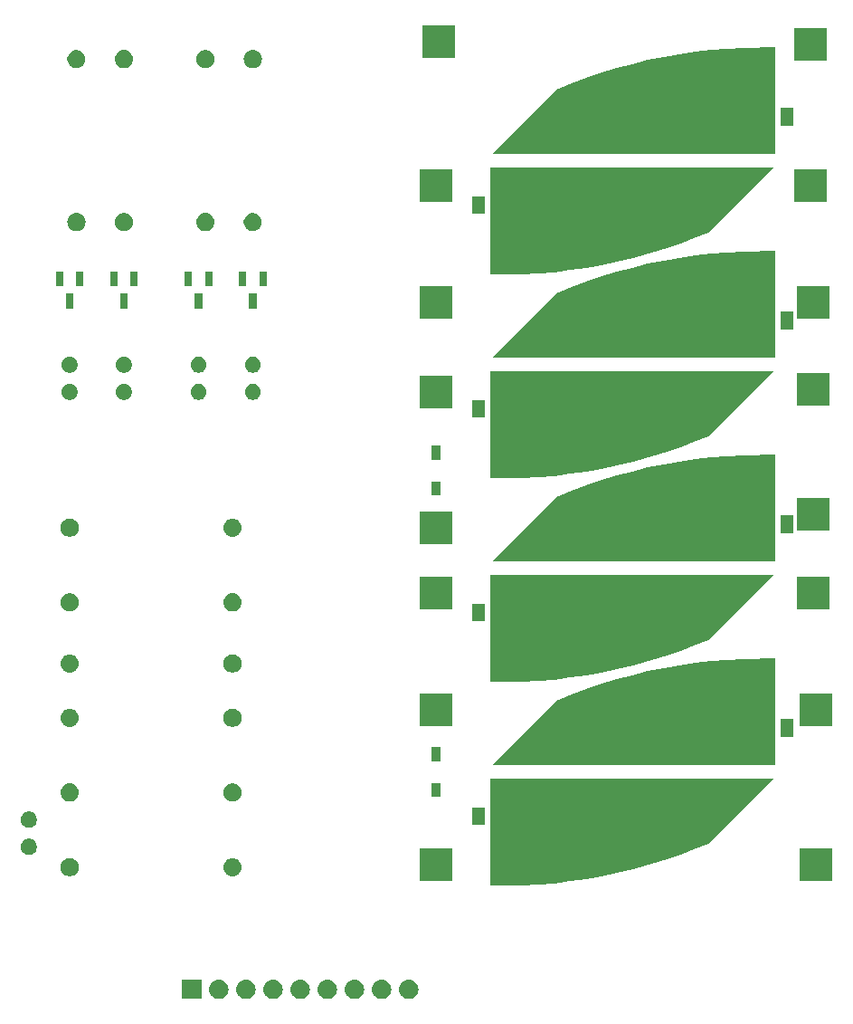
<source format=gbr>
G04 #@! TF.GenerationSoftware,KiCad,Pcbnew,5.1.4+dfsg1-1*
G04 #@! TF.CreationDate,2020-02-14T18:49:56+01:00*
G04 #@! TF.ProjectId,1_solar_bank,315f736f-6c61-4725-9f62-616e6b2e6b69,rev?*
G04 #@! TF.SameCoordinates,Original*
G04 #@! TF.FileFunction,Soldermask,Top*
G04 #@! TF.FilePolarity,Negative*
%FSLAX46Y46*%
G04 Gerber Fmt 4.6, Leading zero omitted, Abs format (unit mm)*
G04 Created by KiCad (PCBNEW 5.1.4+dfsg1-1) date 2020-02-14 18:49:56*
%MOMM*%
%LPD*%
G04 APERTURE LIST*
%ADD10C,0.100000*%
G04 APERTURE END LIST*
D10*
G36*
X109220000Y-94615000D02*
G01*
X135720000Y-94615000D01*
X129670000Y-100665000D01*
X128281430Y-101228703D01*
X126876589Y-101750539D01*
X125456741Y-102230039D01*
X124023160Y-102666771D01*
X122577135Y-103060344D01*
X121119964Y-103410404D01*
X119652957Y-103716637D01*
X118177431Y-103978766D01*
X116694712Y-104196558D01*
X115206132Y-104369816D01*
X113713028Y-104498385D01*
X112216741Y-104582148D01*
X109220000Y-104615000D01*
X109220000Y-94615000D01*
G37*
G36*
X135890000Y-93345000D02*
G01*
X109390000Y-93345000D01*
X115440000Y-87295000D01*
X116828570Y-86731297D01*
X118233411Y-86209461D01*
X119653259Y-85729961D01*
X121086840Y-85293229D01*
X122532865Y-84899656D01*
X123990036Y-84549596D01*
X125457043Y-84243363D01*
X126932569Y-83981234D01*
X128415288Y-83763442D01*
X129903868Y-83590184D01*
X131396972Y-83461615D01*
X132893259Y-83377852D01*
X135890000Y-83345000D01*
X135890000Y-93345000D01*
G37*
G36*
X109220000Y-75565000D02*
G01*
X135720000Y-75565000D01*
X129670000Y-81615000D01*
X128281430Y-82178703D01*
X126876589Y-82700539D01*
X125456741Y-83180039D01*
X124023160Y-83616771D01*
X122577135Y-84010344D01*
X121119964Y-84360404D01*
X119652957Y-84666637D01*
X118177431Y-84928766D01*
X116694712Y-85146558D01*
X115206132Y-85319816D01*
X113713028Y-85448385D01*
X112216741Y-85532148D01*
X109220000Y-85565000D01*
X109220000Y-75565000D01*
G37*
G36*
X135890000Y-74295000D02*
G01*
X109390000Y-74295000D01*
X115440000Y-68245000D01*
X116828570Y-67681297D01*
X118233411Y-67159461D01*
X119653259Y-66679961D01*
X121086840Y-66243229D01*
X122532865Y-65849656D01*
X123990036Y-65499596D01*
X125457043Y-65193363D01*
X126932569Y-64931234D01*
X128415288Y-64713442D01*
X129903868Y-64540184D01*
X131396972Y-64411615D01*
X132893259Y-64327852D01*
X135890000Y-64295000D01*
X135890000Y-74295000D01*
G37*
G36*
X109220000Y-56515000D02*
G01*
X135720000Y-56515000D01*
X129670000Y-62565000D01*
X128281430Y-63128703D01*
X126876589Y-63650539D01*
X125456741Y-64130039D01*
X124023160Y-64566771D01*
X122577135Y-64960344D01*
X121119964Y-65310404D01*
X119652957Y-65616637D01*
X118177431Y-65878766D01*
X116694712Y-66096558D01*
X115206132Y-66269816D01*
X113713028Y-66398385D01*
X112216741Y-66482148D01*
X109220000Y-66515000D01*
X109220000Y-56515000D01*
G37*
G36*
X135890000Y-55245000D02*
G01*
X109390000Y-55245000D01*
X115440000Y-49195000D01*
X116828570Y-48631297D01*
X118233411Y-48109461D01*
X119653259Y-47629961D01*
X121086840Y-47193229D01*
X122532865Y-46799656D01*
X123990036Y-46449596D01*
X125457043Y-46143363D01*
X126932569Y-45881234D01*
X128415288Y-45663442D01*
X129903868Y-45490184D01*
X131396972Y-45361615D01*
X132893259Y-45277852D01*
X135890000Y-45245000D01*
X135890000Y-55245000D01*
G37*
G36*
X109220000Y-37465000D02*
G01*
X135720000Y-37465000D01*
X129670000Y-43515000D01*
X128281430Y-44078703D01*
X126876589Y-44600539D01*
X125456741Y-45080039D01*
X124023160Y-45516771D01*
X122577135Y-45910344D01*
X121119964Y-46260404D01*
X119652957Y-46566637D01*
X118177431Y-46828766D01*
X116694712Y-47046558D01*
X115206132Y-47219816D01*
X113713028Y-47348385D01*
X112216741Y-47432148D01*
X109220000Y-47465000D01*
X109220000Y-37465000D01*
G37*
G36*
X135890000Y-36195000D02*
G01*
X109390000Y-36195000D01*
X115440000Y-30145000D01*
X116828570Y-29581297D01*
X118233411Y-29059461D01*
X119653259Y-28579961D01*
X121086840Y-28143229D01*
X122532865Y-27749656D01*
X123990036Y-27399596D01*
X125457043Y-27093363D01*
X126932569Y-26831234D01*
X128415288Y-26613442D01*
X129903868Y-26440184D01*
X131396972Y-26311615D01*
X132893259Y-26227852D01*
X135890000Y-26195000D01*
X135890000Y-36195000D01*
G37*
G36*
X82181000Y-115201000D02*
G01*
X80379000Y-115201000D01*
X80379000Y-113399000D01*
X82181000Y-113399000D01*
X82181000Y-115201000D01*
X82181000Y-115201000D01*
G37*
G36*
X99170443Y-113405519D02*
G01*
X99236627Y-113412037D01*
X99406466Y-113463557D01*
X99562991Y-113547222D01*
X99598729Y-113576552D01*
X99700186Y-113659814D01*
X99783448Y-113761271D01*
X99812778Y-113797009D01*
X99896443Y-113953534D01*
X99947963Y-114123373D01*
X99965359Y-114300000D01*
X99947963Y-114476627D01*
X99896443Y-114646466D01*
X99812778Y-114802991D01*
X99783448Y-114838729D01*
X99700186Y-114940186D01*
X99598729Y-115023448D01*
X99562991Y-115052778D01*
X99406466Y-115136443D01*
X99236627Y-115187963D01*
X99170442Y-115194482D01*
X99104260Y-115201000D01*
X99015740Y-115201000D01*
X98949558Y-115194482D01*
X98883373Y-115187963D01*
X98713534Y-115136443D01*
X98557009Y-115052778D01*
X98521271Y-115023448D01*
X98419814Y-114940186D01*
X98336552Y-114838729D01*
X98307222Y-114802991D01*
X98223557Y-114646466D01*
X98172037Y-114476627D01*
X98154641Y-114300000D01*
X98172037Y-114123373D01*
X98223557Y-113953534D01*
X98307222Y-113797009D01*
X98336552Y-113761271D01*
X98419814Y-113659814D01*
X98521271Y-113576552D01*
X98557009Y-113547222D01*
X98713534Y-113463557D01*
X98883373Y-113412037D01*
X98949557Y-113405519D01*
X99015740Y-113399000D01*
X99104260Y-113399000D01*
X99170443Y-113405519D01*
X99170443Y-113405519D01*
G37*
G36*
X96630443Y-113405519D02*
G01*
X96696627Y-113412037D01*
X96866466Y-113463557D01*
X97022991Y-113547222D01*
X97058729Y-113576552D01*
X97160186Y-113659814D01*
X97243448Y-113761271D01*
X97272778Y-113797009D01*
X97356443Y-113953534D01*
X97407963Y-114123373D01*
X97425359Y-114300000D01*
X97407963Y-114476627D01*
X97356443Y-114646466D01*
X97272778Y-114802991D01*
X97243448Y-114838729D01*
X97160186Y-114940186D01*
X97058729Y-115023448D01*
X97022991Y-115052778D01*
X96866466Y-115136443D01*
X96696627Y-115187963D01*
X96630442Y-115194482D01*
X96564260Y-115201000D01*
X96475740Y-115201000D01*
X96409558Y-115194482D01*
X96343373Y-115187963D01*
X96173534Y-115136443D01*
X96017009Y-115052778D01*
X95981271Y-115023448D01*
X95879814Y-114940186D01*
X95796552Y-114838729D01*
X95767222Y-114802991D01*
X95683557Y-114646466D01*
X95632037Y-114476627D01*
X95614641Y-114300000D01*
X95632037Y-114123373D01*
X95683557Y-113953534D01*
X95767222Y-113797009D01*
X95796552Y-113761271D01*
X95879814Y-113659814D01*
X95981271Y-113576552D01*
X96017009Y-113547222D01*
X96173534Y-113463557D01*
X96343373Y-113412037D01*
X96409557Y-113405519D01*
X96475740Y-113399000D01*
X96564260Y-113399000D01*
X96630443Y-113405519D01*
X96630443Y-113405519D01*
G37*
G36*
X94090443Y-113405519D02*
G01*
X94156627Y-113412037D01*
X94326466Y-113463557D01*
X94482991Y-113547222D01*
X94518729Y-113576552D01*
X94620186Y-113659814D01*
X94703448Y-113761271D01*
X94732778Y-113797009D01*
X94816443Y-113953534D01*
X94867963Y-114123373D01*
X94885359Y-114300000D01*
X94867963Y-114476627D01*
X94816443Y-114646466D01*
X94732778Y-114802991D01*
X94703448Y-114838729D01*
X94620186Y-114940186D01*
X94518729Y-115023448D01*
X94482991Y-115052778D01*
X94326466Y-115136443D01*
X94156627Y-115187963D01*
X94090442Y-115194482D01*
X94024260Y-115201000D01*
X93935740Y-115201000D01*
X93869558Y-115194482D01*
X93803373Y-115187963D01*
X93633534Y-115136443D01*
X93477009Y-115052778D01*
X93441271Y-115023448D01*
X93339814Y-114940186D01*
X93256552Y-114838729D01*
X93227222Y-114802991D01*
X93143557Y-114646466D01*
X93092037Y-114476627D01*
X93074641Y-114300000D01*
X93092037Y-114123373D01*
X93143557Y-113953534D01*
X93227222Y-113797009D01*
X93256552Y-113761271D01*
X93339814Y-113659814D01*
X93441271Y-113576552D01*
X93477009Y-113547222D01*
X93633534Y-113463557D01*
X93803373Y-113412037D01*
X93869557Y-113405519D01*
X93935740Y-113399000D01*
X94024260Y-113399000D01*
X94090443Y-113405519D01*
X94090443Y-113405519D01*
G37*
G36*
X91550443Y-113405519D02*
G01*
X91616627Y-113412037D01*
X91786466Y-113463557D01*
X91942991Y-113547222D01*
X91978729Y-113576552D01*
X92080186Y-113659814D01*
X92163448Y-113761271D01*
X92192778Y-113797009D01*
X92276443Y-113953534D01*
X92327963Y-114123373D01*
X92345359Y-114300000D01*
X92327963Y-114476627D01*
X92276443Y-114646466D01*
X92192778Y-114802991D01*
X92163448Y-114838729D01*
X92080186Y-114940186D01*
X91978729Y-115023448D01*
X91942991Y-115052778D01*
X91786466Y-115136443D01*
X91616627Y-115187963D01*
X91550442Y-115194482D01*
X91484260Y-115201000D01*
X91395740Y-115201000D01*
X91329558Y-115194482D01*
X91263373Y-115187963D01*
X91093534Y-115136443D01*
X90937009Y-115052778D01*
X90901271Y-115023448D01*
X90799814Y-114940186D01*
X90716552Y-114838729D01*
X90687222Y-114802991D01*
X90603557Y-114646466D01*
X90552037Y-114476627D01*
X90534641Y-114300000D01*
X90552037Y-114123373D01*
X90603557Y-113953534D01*
X90687222Y-113797009D01*
X90716552Y-113761271D01*
X90799814Y-113659814D01*
X90901271Y-113576552D01*
X90937009Y-113547222D01*
X91093534Y-113463557D01*
X91263373Y-113412037D01*
X91329557Y-113405519D01*
X91395740Y-113399000D01*
X91484260Y-113399000D01*
X91550443Y-113405519D01*
X91550443Y-113405519D01*
G37*
G36*
X86470443Y-113405519D02*
G01*
X86536627Y-113412037D01*
X86706466Y-113463557D01*
X86862991Y-113547222D01*
X86898729Y-113576552D01*
X87000186Y-113659814D01*
X87083448Y-113761271D01*
X87112778Y-113797009D01*
X87196443Y-113953534D01*
X87247963Y-114123373D01*
X87265359Y-114300000D01*
X87247963Y-114476627D01*
X87196443Y-114646466D01*
X87112778Y-114802991D01*
X87083448Y-114838729D01*
X87000186Y-114940186D01*
X86898729Y-115023448D01*
X86862991Y-115052778D01*
X86706466Y-115136443D01*
X86536627Y-115187963D01*
X86470442Y-115194482D01*
X86404260Y-115201000D01*
X86315740Y-115201000D01*
X86249558Y-115194482D01*
X86183373Y-115187963D01*
X86013534Y-115136443D01*
X85857009Y-115052778D01*
X85821271Y-115023448D01*
X85719814Y-114940186D01*
X85636552Y-114838729D01*
X85607222Y-114802991D01*
X85523557Y-114646466D01*
X85472037Y-114476627D01*
X85454641Y-114300000D01*
X85472037Y-114123373D01*
X85523557Y-113953534D01*
X85607222Y-113797009D01*
X85636552Y-113761271D01*
X85719814Y-113659814D01*
X85821271Y-113576552D01*
X85857009Y-113547222D01*
X86013534Y-113463557D01*
X86183373Y-113412037D01*
X86249557Y-113405519D01*
X86315740Y-113399000D01*
X86404260Y-113399000D01*
X86470443Y-113405519D01*
X86470443Y-113405519D01*
G37*
G36*
X89010443Y-113405519D02*
G01*
X89076627Y-113412037D01*
X89246466Y-113463557D01*
X89402991Y-113547222D01*
X89438729Y-113576552D01*
X89540186Y-113659814D01*
X89623448Y-113761271D01*
X89652778Y-113797009D01*
X89736443Y-113953534D01*
X89787963Y-114123373D01*
X89805359Y-114300000D01*
X89787963Y-114476627D01*
X89736443Y-114646466D01*
X89652778Y-114802991D01*
X89623448Y-114838729D01*
X89540186Y-114940186D01*
X89438729Y-115023448D01*
X89402991Y-115052778D01*
X89246466Y-115136443D01*
X89076627Y-115187963D01*
X89010442Y-115194482D01*
X88944260Y-115201000D01*
X88855740Y-115201000D01*
X88789558Y-115194482D01*
X88723373Y-115187963D01*
X88553534Y-115136443D01*
X88397009Y-115052778D01*
X88361271Y-115023448D01*
X88259814Y-114940186D01*
X88176552Y-114838729D01*
X88147222Y-114802991D01*
X88063557Y-114646466D01*
X88012037Y-114476627D01*
X87994641Y-114300000D01*
X88012037Y-114123373D01*
X88063557Y-113953534D01*
X88147222Y-113797009D01*
X88176552Y-113761271D01*
X88259814Y-113659814D01*
X88361271Y-113576552D01*
X88397009Y-113547222D01*
X88553534Y-113463557D01*
X88723373Y-113412037D01*
X88789557Y-113405519D01*
X88855740Y-113399000D01*
X88944260Y-113399000D01*
X89010443Y-113405519D01*
X89010443Y-113405519D01*
G37*
G36*
X83930443Y-113405519D02*
G01*
X83996627Y-113412037D01*
X84166466Y-113463557D01*
X84322991Y-113547222D01*
X84358729Y-113576552D01*
X84460186Y-113659814D01*
X84543448Y-113761271D01*
X84572778Y-113797009D01*
X84656443Y-113953534D01*
X84707963Y-114123373D01*
X84725359Y-114300000D01*
X84707963Y-114476627D01*
X84656443Y-114646466D01*
X84572778Y-114802991D01*
X84543448Y-114838729D01*
X84460186Y-114940186D01*
X84358729Y-115023448D01*
X84322991Y-115052778D01*
X84166466Y-115136443D01*
X83996627Y-115187963D01*
X83930442Y-115194482D01*
X83864260Y-115201000D01*
X83775740Y-115201000D01*
X83709558Y-115194482D01*
X83643373Y-115187963D01*
X83473534Y-115136443D01*
X83317009Y-115052778D01*
X83281271Y-115023448D01*
X83179814Y-114940186D01*
X83096552Y-114838729D01*
X83067222Y-114802991D01*
X82983557Y-114646466D01*
X82932037Y-114476627D01*
X82914641Y-114300000D01*
X82932037Y-114123373D01*
X82983557Y-113953534D01*
X83067222Y-113797009D01*
X83096552Y-113761271D01*
X83179814Y-113659814D01*
X83281271Y-113576552D01*
X83317009Y-113547222D01*
X83473534Y-113463557D01*
X83643373Y-113412037D01*
X83709557Y-113405519D01*
X83775740Y-113399000D01*
X83864260Y-113399000D01*
X83930443Y-113405519D01*
X83930443Y-113405519D01*
G37*
G36*
X101710443Y-113405519D02*
G01*
X101776627Y-113412037D01*
X101946466Y-113463557D01*
X102102991Y-113547222D01*
X102138729Y-113576552D01*
X102240186Y-113659814D01*
X102323448Y-113761271D01*
X102352778Y-113797009D01*
X102436443Y-113953534D01*
X102487963Y-114123373D01*
X102505359Y-114300000D01*
X102487963Y-114476627D01*
X102436443Y-114646466D01*
X102352778Y-114802991D01*
X102323448Y-114838729D01*
X102240186Y-114940186D01*
X102138729Y-115023448D01*
X102102991Y-115052778D01*
X101946466Y-115136443D01*
X101776627Y-115187963D01*
X101710442Y-115194482D01*
X101644260Y-115201000D01*
X101555740Y-115201000D01*
X101489558Y-115194482D01*
X101423373Y-115187963D01*
X101253534Y-115136443D01*
X101097009Y-115052778D01*
X101061271Y-115023448D01*
X100959814Y-114940186D01*
X100876552Y-114838729D01*
X100847222Y-114802991D01*
X100763557Y-114646466D01*
X100712037Y-114476627D01*
X100694641Y-114300000D01*
X100712037Y-114123373D01*
X100763557Y-113953534D01*
X100847222Y-113797009D01*
X100876552Y-113761271D01*
X100959814Y-113659814D01*
X101061271Y-113576552D01*
X101097009Y-113547222D01*
X101253534Y-113463557D01*
X101423373Y-113412037D01*
X101489557Y-113405519D01*
X101555740Y-113399000D01*
X101644260Y-113399000D01*
X101710443Y-113405519D01*
X101710443Y-113405519D01*
G37*
G36*
X141251000Y-104167000D02*
G01*
X138149000Y-104167000D01*
X138149000Y-101065000D01*
X141251000Y-101065000D01*
X141251000Y-104167000D01*
X141251000Y-104167000D01*
G37*
G36*
X105691000Y-104167000D02*
G01*
X102589000Y-104167000D01*
X102589000Y-101065000D01*
X105691000Y-101065000D01*
X105691000Y-104167000D01*
X105691000Y-104167000D01*
G37*
G36*
X70098228Y-102051703D02*
G01*
X70253100Y-102115853D01*
X70392481Y-102208985D01*
X70511015Y-102327519D01*
X70604147Y-102466900D01*
X70668297Y-102621772D01*
X70701000Y-102786184D01*
X70701000Y-102953816D01*
X70668297Y-103118228D01*
X70604147Y-103273100D01*
X70511015Y-103412481D01*
X70392481Y-103531015D01*
X70253100Y-103624147D01*
X70098228Y-103688297D01*
X69933816Y-103721000D01*
X69766184Y-103721000D01*
X69601772Y-103688297D01*
X69446900Y-103624147D01*
X69307519Y-103531015D01*
X69188985Y-103412481D01*
X69095853Y-103273100D01*
X69031703Y-103118228D01*
X68999000Y-102953816D01*
X68999000Y-102786184D01*
X69031703Y-102621772D01*
X69095853Y-102466900D01*
X69188985Y-102327519D01*
X69307519Y-102208985D01*
X69446900Y-102115853D01*
X69601772Y-102051703D01*
X69766184Y-102019000D01*
X69933816Y-102019000D01*
X70098228Y-102051703D01*
X70098228Y-102051703D01*
G37*
G36*
X85256823Y-102031313D02*
G01*
X85417242Y-102079976D01*
X85484361Y-102115852D01*
X85565078Y-102158996D01*
X85694659Y-102265341D01*
X85801004Y-102394922D01*
X85801005Y-102394924D01*
X85880024Y-102542758D01*
X85928687Y-102703177D01*
X85945117Y-102870000D01*
X85928687Y-103036823D01*
X85880024Y-103197242D01*
X85839477Y-103273100D01*
X85801004Y-103345078D01*
X85694659Y-103474659D01*
X85565078Y-103581004D01*
X85565076Y-103581005D01*
X85417242Y-103660024D01*
X85256823Y-103708687D01*
X85131804Y-103721000D01*
X85048196Y-103721000D01*
X84923177Y-103708687D01*
X84762758Y-103660024D01*
X84614924Y-103581005D01*
X84614922Y-103581004D01*
X84485341Y-103474659D01*
X84378996Y-103345078D01*
X84340523Y-103273100D01*
X84299976Y-103197242D01*
X84251313Y-103036823D01*
X84234883Y-102870000D01*
X84251313Y-102703177D01*
X84299976Y-102542758D01*
X84378995Y-102394924D01*
X84378996Y-102394922D01*
X84485341Y-102265341D01*
X84614922Y-102158996D01*
X84695639Y-102115852D01*
X84762758Y-102079976D01*
X84923177Y-102031313D01*
X85048196Y-102019000D01*
X85131804Y-102019000D01*
X85256823Y-102031313D01*
X85256823Y-102031313D01*
G37*
G36*
X66259059Y-100242860D02*
G01*
X66395732Y-100299472D01*
X66518735Y-100381660D01*
X66623340Y-100486265D01*
X66705528Y-100609268D01*
X66762140Y-100745941D01*
X66791000Y-100891033D01*
X66791000Y-101038967D01*
X66762140Y-101184059D01*
X66705528Y-101320732D01*
X66623340Y-101443735D01*
X66518735Y-101548340D01*
X66395732Y-101630528D01*
X66395731Y-101630529D01*
X66395730Y-101630529D01*
X66259059Y-101687140D01*
X66113968Y-101716000D01*
X65966032Y-101716000D01*
X65820941Y-101687140D01*
X65684270Y-101630529D01*
X65684269Y-101630529D01*
X65684268Y-101630528D01*
X65561265Y-101548340D01*
X65456660Y-101443735D01*
X65374472Y-101320732D01*
X65317860Y-101184059D01*
X65289000Y-101038967D01*
X65289000Y-100891033D01*
X65317860Y-100745941D01*
X65374472Y-100609268D01*
X65456660Y-100486265D01*
X65561265Y-100381660D01*
X65684268Y-100299472D01*
X65820941Y-100242860D01*
X65966032Y-100214000D01*
X66113968Y-100214000D01*
X66259059Y-100242860D01*
X66259059Y-100242860D01*
G37*
G36*
X113201200Y-100656400D02*
G01*
X109238800Y-100656400D01*
X109238800Y-98573600D01*
X113201200Y-98573600D01*
X113201200Y-100656400D01*
X113201200Y-100656400D01*
G37*
G36*
X66259059Y-97702860D02*
G01*
X66395732Y-97759472D01*
X66518735Y-97841660D01*
X66623340Y-97946265D01*
X66705528Y-98069268D01*
X66762140Y-98205941D01*
X66791000Y-98351033D01*
X66791000Y-98498967D01*
X66762140Y-98644059D01*
X66705528Y-98780732D01*
X66623340Y-98903735D01*
X66518735Y-99008340D01*
X66395732Y-99090528D01*
X66395731Y-99090529D01*
X66395730Y-99090529D01*
X66259059Y-99147140D01*
X66113968Y-99176000D01*
X65966032Y-99176000D01*
X65820941Y-99147140D01*
X65684270Y-99090529D01*
X65684269Y-99090529D01*
X65684268Y-99090528D01*
X65561265Y-99008340D01*
X65456660Y-98903735D01*
X65374472Y-98780732D01*
X65317860Y-98644059D01*
X65289000Y-98498967D01*
X65289000Y-98351033D01*
X65317860Y-98205941D01*
X65374472Y-98069268D01*
X65456660Y-97946265D01*
X65561265Y-97841660D01*
X65684268Y-97759472D01*
X65820941Y-97702860D01*
X65966032Y-97674000D01*
X66113968Y-97674000D01*
X66259059Y-97702860D01*
X66259059Y-97702860D01*
G37*
G36*
X108696200Y-98941200D02*
G01*
X107543800Y-98941200D01*
X107543800Y-97288800D01*
X108696200Y-97288800D01*
X108696200Y-98941200D01*
X108696200Y-98941200D01*
G37*
G36*
X70016823Y-95046313D02*
G01*
X70177242Y-95094976D01*
X70244361Y-95130852D01*
X70325078Y-95173996D01*
X70454659Y-95280341D01*
X70561004Y-95409922D01*
X70561005Y-95409924D01*
X70640024Y-95557758D01*
X70688687Y-95718177D01*
X70705117Y-95885000D01*
X70688687Y-96051823D01*
X70640024Y-96212242D01*
X70599477Y-96288100D01*
X70561004Y-96360078D01*
X70454659Y-96489659D01*
X70325078Y-96596004D01*
X70325076Y-96596005D01*
X70177242Y-96675024D01*
X70016823Y-96723687D01*
X69891804Y-96736000D01*
X69808196Y-96736000D01*
X69683177Y-96723687D01*
X69522758Y-96675024D01*
X69374924Y-96596005D01*
X69374922Y-96596004D01*
X69245341Y-96489659D01*
X69138996Y-96360078D01*
X69100523Y-96288100D01*
X69059976Y-96212242D01*
X69011313Y-96051823D01*
X68994883Y-95885000D01*
X69011313Y-95718177D01*
X69059976Y-95557758D01*
X69138995Y-95409924D01*
X69138996Y-95409922D01*
X69245341Y-95280341D01*
X69374922Y-95173996D01*
X69455639Y-95130852D01*
X69522758Y-95094976D01*
X69683177Y-95046313D01*
X69808196Y-95034000D01*
X69891804Y-95034000D01*
X70016823Y-95046313D01*
X70016823Y-95046313D01*
G37*
G36*
X85338228Y-95066703D02*
G01*
X85493100Y-95130853D01*
X85632481Y-95223985D01*
X85751015Y-95342519D01*
X85844147Y-95481900D01*
X85908297Y-95636772D01*
X85941000Y-95801184D01*
X85941000Y-95968816D01*
X85908297Y-96133228D01*
X85844147Y-96288100D01*
X85751015Y-96427481D01*
X85632481Y-96546015D01*
X85493100Y-96639147D01*
X85338228Y-96703297D01*
X85173816Y-96736000D01*
X85006184Y-96736000D01*
X84841772Y-96703297D01*
X84686900Y-96639147D01*
X84547519Y-96546015D01*
X84428985Y-96427481D01*
X84335853Y-96288100D01*
X84271703Y-96133228D01*
X84239000Y-95968816D01*
X84239000Y-95801184D01*
X84271703Y-95636772D01*
X84335853Y-95481900D01*
X84428985Y-95342519D01*
X84547519Y-95223985D01*
X84686900Y-95130853D01*
X84841772Y-95066703D01*
X85006184Y-95034000D01*
X85173816Y-95034000D01*
X85338228Y-95066703D01*
X85338228Y-95066703D01*
G37*
G36*
X104556000Y-96316000D02*
G01*
X103724000Y-96316000D01*
X103724000Y-95004000D01*
X104556000Y-95004000D01*
X104556000Y-96316000D01*
X104556000Y-96316000D01*
G37*
G36*
X104556000Y-92956000D02*
G01*
X103724000Y-92956000D01*
X103724000Y-91644000D01*
X104556000Y-91644000D01*
X104556000Y-92956000D01*
X104556000Y-92956000D01*
G37*
G36*
X137566200Y-90671200D02*
G01*
X136413800Y-90671200D01*
X136413800Y-89018800D01*
X137566200Y-89018800D01*
X137566200Y-90671200D01*
X137566200Y-90671200D01*
G37*
G36*
X85338228Y-88081703D02*
G01*
X85493100Y-88145853D01*
X85632481Y-88238985D01*
X85751015Y-88357519D01*
X85844147Y-88496900D01*
X85908297Y-88651772D01*
X85941000Y-88816184D01*
X85941000Y-88983816D01*
X85908297Y-89148228D01*
X85844147Y-89303100D01*
X85751015Y-89442481D01*
X85632481Y-89561015D01*
X85493100Y-89654147D01*
X85338228Y-89718297D01*
X85173816Y-89751000D01*
X85006184Y-89751000D01*
X84841772Y-89718297D01*
X84686900Y-89654147D01*
X84547519Y-89561015D01*
X84428985Y-89442481D01*
X84335853Y-89303100D01*
X84271703Y-89148228D01*
X84239000Y-88983816D01*
X84239000Y-88816184D01*
X84271703Y-88651772D01*
X84335853Y-88496900D01*
X84428985Y-88357519D01*
X84547519Y-88238985D01*
X84686900Y-88145853D01*
X84841772Y-88081703D01*
X85006184Y-88049000D01*
X85173816Y-88049000D01*
X85338228Y-88081703D01*
X85338228Y-88081703D01*
G37*
G36*
X70016823Y-88061313D02*
G01*
X70177242Y-88109976D01*
X70244361Y-88145852D01*
X70325078Y-88188996D01*
X70454659Y-88295341D01*
X70561004Y-88424922D01*
X70561005Y-88424924D01*
X70640024Y-88572758D01*
X70688687Y-88733177D01*
X70705117Y-88900000D01*
X70688687Y-89066823D01*
X70640024Y-89227242D01*
X70599477Y-89303100D01*
X70561004Y-89375078D01*
X70454659Y-89504659D01*
X70325078Y-89611004D01*
X70325076Y-89611005D01*
X70177242Y-89690024D01*
X70016823Y-89738687D01*
X69891804Y-89751000D01*
X69808196Y-89751000D01*
X69683177Y-89738687D01*
X69522758Y-89690024D01*
X69374924Y-89611005D01*
X69374922Y-89611004D01*
X69245341Y-89504659D01*
X69138996Y-89375078D01*
X69100523Y-89303100D01*
X69059976Y-89227242D01*
X69011313Y-89066823D01*
X68994883Y-88900000D01*
X69011313Y-88733177D01*
X69059976Y-88572758D01*
X69138995Y-88424924D01*
X69138996Y-88424922D01*
X69245341Y-88295341D01*
X69374922Y-88188996D01*
X69455639Y-88145852D01*
X69522758Y-88109976D01*
X69683177Y-88061313D01*
X69808196Y-88049000D01*
X69891804Y-88049000D01*
X70016823Y-88061313D01*
X70016823Y-88061313D01*
G37*
G36*
X105691000Y-89689000D02*
G01*
X102589000Y-89689000D01*
X102589000Y-86587000D01*
X105691000Y-86587000D01*
X105691000Y-89689000D01*
X105691000Y-89689000D01*
G37*
G36*
X141251000Y-89689000D02*
G01*
X138149000Y-89689000D01*
X138149000Y-86587000D01*
X141251000Y-86587000D01*
X141251000Y-89689000D01*
X141251000Y-89689000D01*
G37*
G36*
X135871200Y-89386400D02*
G01*
X131908800Y-89386400D01*
X131908800Y-87303600D01*
X135871200Y-87303600D01*
X135871200Y-89386400D01*
X135871200Y-89386400D01*
G37*
G36*
X85338228Y-83001703D02*
G01*
X85493100Y-83065853D01*
X85632481Y-83158985D01*
X85751015Y-83277519D01*
X85844147Y-83416900D01*
X85908297Y-83571772D01*
X85941000Y-83736184D01*
X85941000Y-83903816D01*
X85908297Y-84068228D01*
X85844147Y-84223100D01*
X85751015Y-84362481D01*
X85632481Y-84481015D01*
X85493100Y-84574147D01*
X85338228Y-84638297D01*
X85173816Y-84671000D01*
X85006184Y-84671000D01*
X84841772Y-84638297D01*
X84686900Y-84574147D01*
X84547519Y-84481015D01*
X84428985Y-84362481D01*
X84335853Y-84223100D01*
X84271703Y-84068228D01*
X84239000Y-83903816D01*
X84239000Y-83736184D01*
X84271703Y-83571772D01*
X84335853Y-83416900D01*
X84428985Y-83277519D01*
X84547519Y-83158985D01*
X84686900Y-83065853D01*
X84841772Y-83001703D01*
X85006184Y-82969000D01*
X85173816Y-82969000D01*
X85338228Y-83001703D01*
X85338228Y-83001703D01*
G37*
G36*
X70016823Y-82981313D02*
G01*
X70177242Y-83029976D01*
X70244361Y-83065852D01*
X70325078Y-83108996D01*
X70454659Y-83215341D01*
X70561004Y-83344922D01*
X70561005Y-83344924D01*
X70640024Y-83492758D01*
X70688687Y-83653177D01*
X70705117Y-83820000D01*
X70688687Y-83986823D01*
X70640024Y-84147242D01*
X70599477Y-84223100D01*
X70561004Y-84295078D01*
X70454659Y-84424659D01*
X70325078Y-84531004D01*
X70325076Y-84531005D01*
X70177242Y-84610024D01*
X70016823Y-84658687D01*
X69891804Y-84671000D01*
X69808196Y-84671000D01*
X69683177Y-84658687D01*
X69522758Y-84610024D01*
X69374924Y-84531005D01*
X69374922Y-84531004D01*
X69245341Y-84424659D01*
X69138996Y-84295078D01*
X69100523Y-84223100D01*
X69059976Y-84147242D01*
X69011313Y-83986823D01*
X68994883Y-83820000D01*
X69011313Y-83653177D01*
X69059976Y-83492758D01*
X69138995Y-83344924D01*
X69138996Y-83344922D01*
X69245341Y-83215341D01*
X69374922Y-83108996D01*
X69455639Y-83065852D01*
X69522758Y-83029976D01*
X69683177Y-82981313D01*
X69808196Y-82969000D01*
X69891804Y-82969000D01*
X70016823Y-82981313D01*
X70016823Y-82981313D01*
G37*
G36*
X113201200Y-81606400D02*
G01*
X109238800Y-81606400D01*
X109238800Y-79523600D01*
X113201200Y-79523600D01*
X113201200Y-81606400D01*
X113201200Y-81606400D01*
G37*
G36*
X108696200Y-79891200D02*
G01*
X107543800Y-79891200D01*
X107543800Y-78238800D01*
X108696200Y-78238800D01*
X108696200Y-79891200D01*
X108696200Y-79891200D01*
G37*
G36*
X85256823Y-77266313D02*
G01*
X85417242Y-77314976D01*
X85484361Y-77350852D01*
X85565078Y-77393996D01*
X85694659Y-77500341D01*
X85801004Y-77629922D01*
X85801005Y-77629924D01*
X85880024Y-77777758D01*
X85928687Y-77938177D01*
X85945117Y-78105000D01*
X85928687Y-78271823D01*
X85880024Y-78432242D01*
X85839477Y-78508100D01*
X85801004Y-78580078D01*
X85694659Y-78709659D01*
X85565078Y-78816004D01*
X85565076Y-78816005D01*
X85417242Y-78895024D01*
X85256823Y-78943687D01*
X85131804Y-78956000D01*
X85048196Y-78956000D01*
X84923177Y-78943687D01*
X84762758Y-78895024D01*
X84614924Y-78816005D01*
X84614922Y-78816004D01*
X84485341Y-78709659D01*
X84378996Y-78580078D01*
X84340523Y-78508100D01*
X84299976Y-78432242D01*
X84251313Y-78271823D01*
X84234883Y-78105000D01*
X84251313Y-77938177D01*
X84299976Y-77777758D01*
X84378995Y-77629924D01*
X84378996Y-77629922D01*
X84485341Y-77500341D01*
X84614922Y-77393996D01*
X84695639Y-77350852D01*
X84762758Y-77314976D01*
X84923177Y-77266313D01*
X85048196Y-77254000D01*
X85131804Y-77254000D01*
X85256823Y-77266313D01*
X85256823Y-77266313D01*
G37*
G36*
X70098228Y-77286703D02*
G01*
X70253100Y-77350853D01*
X70392481Y-77443985D01*
X70511015Y-77562519D01*
X70604147Y-77701900D01*
X70668297Y-77856772D01*
X70701000Y-78021184D01*
X70701000Y-78188816D01*
X70668297Y-78353228D01*
X70604147Y-78508100D01*
X70511015Y-78647481D01*
X70392481Y-78766015D01*
X70253100Y-78859147D01*
X70098228Y-78923297D01*
X69933816Y-78956000D01*
X69766184Y-78956000D01*
X69601772Y-78923297D01*
X69446900Y-78859147D01*
X69307519Y-78766015D01*
X69188985Y-78647481D01*
X69095853Y-78508100D01*
X69031703Y-78353228D01*
X68999000Y-78188816D01*
X68999000Y-78021184D01*
X69031703Y-77856772D01*
X69095853Y-77701900D01*
X69188985Y-77562519D01*
X69307519Y-77443985D01*
X69446900Y-77350853D01*
X69601772Y-77286703D01*
X69766184Y-77254000D01*
X69933816Y-77254000D01*
X70098228Y-77286703D01*
X70098228Y-77286703D01*
G37*
G36*
X105691000Y-78767000D02*
G01*
X102589000Y-78767000D01*
X102589000Y-75665000D01*
X105691000Y-75665000D01*
X105691000Y-78767000D01*
X105691000Y-78767000D01*
G37*
G36*
X140997000Y-78767000D02*
G01*
X137895000Y-78767000D01*
X137895000Y-75665000D01*
X140997000Y-75665000D01*
X140997000Y-78767000D01*
X140997000Y-78767000D01*
G37*
G36*
X105691000Y-72671000D02*
G01*
X102589000Y-72671000D01*
X102589000Y-69569000D01*
X105691000Y-69569000D01*
X105691000Y-72671000D01*
X105691000Y-72671000D01*
G37*
G36*
X70098228Y-70301703D02*
G01*
X70253100Y-70365853D01*
X70392481Y-70458985D01*
X70511015Y-70577519D01*
X70604147Y-70716900D01*
X70668297Y-70871772D01*
X70701000Y-71036184D01*
X70701000Y-71203816D01*
X70668297Y-71368228D01*
X70604147Y-71523100D01*
X70511015Y-71662481D01*
X70392481Y-71781015D01*
X70253100Y-71874147D01*
X70098228Y-71938297D01*
X69933816Y-71971000D01*
X69766184Y-71971000D01*
X69601772Y-71938297D01*
X69446900Y-71874147D01*
X69307519Y-71781015D01*
X69188985Y-71662481D01*
X69095853Y-71523100D01*
X69031703Y-71368228D01*
X68999000Y-71203816D01*
X68999000Y-71036184D01*
X69031703Y-70871772D01*
X69095853Y-70716900D01*
X69188985Y-70577519D01*
X69307519Y-70458985D01*
X69446900Y-70365853D01*
X69601772Y-70301703D01*
X69766184Y-70269000D01*
X69933816Y-70269000D01*
X70098228Y-70301703D01*
X70098228Y-70301703D01*
G37*
G36*
X85256823Y-70281313D02*
G01*
X85417242Y-70329976D01*
X85484361Y-70365852D01*
X85565078Y-70408996D01*
X85694659Y-70515341D01*
X85801004Y-70644922D01*
X85801005Y-70644924D01*
X85880024Y-70792758D01*
X85928687Y-70953177D01*
X85945117Y-71120000D01*
X85928687Y-71286823D01*
X85880024Y-71447242D01*
X85839477Y-71523100D01*
X85801004Y-71595078D01*
X85694659Y-71724659D01*
X85565078Y-71831004D01*
X85565076Y-71831005D01*
X85417242Y-71910024D01*
X85256823Y-71958687D01*
X85131804Y-71971000D01*
X85048196Y-71971000D01*
X84923177Y-71958687D01*
X84762758Y-71910024D01*
X84614924Y-71831005D01*
X84614922Y-71831004D01*
X84485341Y-71724659D01*
X84378996Y-71595078D01*
X84340523Y-71523100D01*
X84299976Y-71447242D01*
X84251313Y-71286823D01*
X84234883Y-71120000D01*
X84251313Y-70953177D01*
X84299976Y-70792758D01*
X84378995Y-70644924D01*
X84378996Y-70644922D01*
X84485341Y-70515341D01*
X84614922Y-70408996D01*
X84695639Y-70365852D01*
X84762758Y-70329976D01*
X84923177Y-70281313D01*
X85048196Y-70269000D01*
X85131804Y-70269000D01*
X85256823Y-70281313D01*
X85256823Y-70281313D01*
G37*
G36*
X137566200Y-71621200D02*
G01*
X136413800Y-71621200D01*
X136413800Y-69968800D01*
X137566200Y-69968800D01*
X137566200Y-71621200D01*
X137566200Y-71621200D01*
G37*
G36*
X140997000Y-71401000D02*
G01*
X137895000Y-71401000D01*
X137895000Y-68299000D01*
X140997000Y-68299000D01*
X140997000Y-71401000D01*
X140997000Y-71401000D01*
G37*
G36*
X135871200Y-70336400D02*
G01*
X131908800Y-70336400D01*
X131908800Y-68253600D01*
X135871200Y-68253600D01*
X135871200Y-70336400D01*
X135871200Y-70336400D01*
G37*
G36*
X104556000Y-68122000D02*
G01*
X103724000Y-68122000D01*
X103724000Y-66810000D01*
X104556000Y-66810000D01*
X104556000Y-68122000D01*
X104556000Y-68122000D01*
G37*
G36*
X104556000Y-64762000D02*
G01*
X103724000Y-64762000D01*
X103724000Y-63450000D01*
X104556000Y-63450000D01*
X104556000Y-64762000D01*
X104556000Y-64762000D01*
G37*
G36*
X113201200Y-62556400D02*
G01*
X109238800Y-62556400D01*
X109238800Y-60473600D01*
X113201200Y-60473600D01*
X113201200Y-62556400D01*
X113201200Y-62556400D01*
G37*
G36*
X108696200Y-60841200D02*
G01*
X107543800Y-60841200D01*
X107543800Y-59188800D01*
X108696200Y-59188800D01*
X108696200Y-60841200D01*
X108696200Y-60841200D01*
G37*
G36*
X105691000Y-59971000D02*
G01*
X102589000Y-59971000D01*
X102589000Y-56869000D01*
X105691000Y-56869000D01*
X105691000Y-59971000D01*
X105691000Y-59971000D01*
G37*
G36*
X140997000Y-59717000D02*
G01*
X137895000Y-59717000D01*
X137895000Y-56615000D01*
X140997000Y-56615000D01*
X140997000Y-59717000D01*
X140997000Y-59717000D01*
G37*
G36*
X87214059Y-57697860D02*
G01*
X87350732Y-57754472D01*
X87473735Y-57836660D01*
X87578340Y-57941265D01*
X87660528Y-58064268D01*
X87717140Y-58200941D01*
X87746000Y-58346033D01*
X87746000Y-58493967D01*
X87717140Y-58639059D01*
X87660528Y-58775732D01*
X87578340Y-58898735D01*
X87473735Y-59003340D01*
X87350732Y-59085528D01*
X87350731Y-59085529D01*
X87350730Y-59085529D01*
X87214059Y-59142140D01*
X87068968Y-59171000D01*
X86921032Y-59171000D01*
X86775941Y-59142140D01*
X86639270Y-59085529D01*
X86639269Y-59085529D01*
X86639268Y-59085528D01*
X86516265Y-59003340D01*
X86411660Y-58898735D01*
X86329472Y-58775732D01*
X86272860Y-58639059D01*
X86244000Y-58493967D01*
X86244000Y-58346033D01*
X86272860Y-58200941D01*
X86329472Y-58064268D01*
X86411660Y-57941265D01*
X86516265Y-57836660D01*
X86639268Y-57754472D01*
X86775941Y-57697860D01*
X86921032Y-57669000D01*
X87068968Y-57669000D01*
X87214059Y-57697860D01*
X87214059Y-57697860D01*
G37*
G36*
X70069059Y-57697860D02*
G01*
X70205732Y-57754472D01*
X70328735Y-57836660D01*
X70433340Y-57941265D01*
X70515528Y-58064268D01*
X70572140Y-58200941D01*
X70601000Y-58346033D01*
X70601000Y-58493967D01*
X70572140Y-58639059D01*
X70515528Y-58775732D01*
X70433340Y-58898735D01*
X70328735Y-59003340D01*
X70205732Y-59085528D01*
X70205731Y-59085529D01*
X70205730Y-59085529D01*
X70069059Y-59142140D01*
X69923968Y-59171000D01*
X69776032Y-59171000D01*
X69630941Y-59142140D01*
X69494270Y-59085529D01*
X69494269Y-59085529D01*
X69494268Y-59085528D01*
X69371265Y-59003340D01*
X69266660Y-58898735D01*
X69184472Y-58775732D01*
X69127860Y-58639059D01*
X69099000Y-58493967D01*
X69099000Y-58346033D01*
X69127860Y-58200941D01*
X69184472Y-58064268D01*
X69266660Y-57941265D01*
X69371265Y-57836660D01*
X69494268Y-57754472D01*
X69630941Y-57697860D01*
X69776032Y-57669000D01*
X69923968Y-57669000D01*
X70069059Y-57697860D01*
X70069059Y-57697860D01*
G37*
G36*
X82134059Y-57697860D02*
G01*
X82270732Y-57754472D01*
X82393735Y-57836660D01*
X82498340Y-57941265D01*
X82580528Y-58064268D01*
X82637140Y-58200941D01*
X82666000Y-58346033D01*
X82666000Y-58493967D01*
X82637140Y-58639059D01*
X82580528Y-58775732D01*
X82498340Y-58898735D01*
X82393735Y-59003340D01*
X82270732Y-59085528D01*
X82270731Y-59085529D01*
X82270730Y-59085529D01*
X82134059Y-59142140D01*
X81988968Y-59171000D01*
X81841032Y-59171000D01*
X81695941Y-59142140D01*
X81559270Y-59085529D01*
X81559269Y-59085529D01*
X81559268Y-59085528D01*
X81436265Y-59003340D01*
X81331660Y-58898735D01*
X81249472Y-58775732D01*
X81192860Y-58639059D01*
X81164000Y-58493967D01*
X81164000Y-58346033D01*
X81192860Y-58200941D01*
X81249472Y-58064268D01*
X81331660Y-57941265D01*
X81436265Y-57836660D01*
X81559268Y-57754472D01*
X81695941Y-57697860D01*
X81841032Y-57669000D01*
X81988968Y-57669000D01*
X82134059Y-57697860D01*
X82134059Y-57697860D01*
G37*
G36*
X75149059Y-57697860D02*
G01*
X75285732Y-57754472D01*
X75408735Y-57836660D01*
X75513340Y-57941265D01*
X75595528Y-58064268D01*
X75652140Y-58200941D01*
X75681000Y-58346033D01*
X75681000Y-58493967D01*
X75652140Y-58639059D01*
X75595528Y-58775732D01*
X75513340Y-58898735D01*
X75408735Y-59003340D01*
X75285732Y-59085528D01*
X75285731Y-59085529D01*
X75285730Y-59085529D01*
X75149059Y-59142140D01*
X75003968Y-59171000D01*
X74856032Y-59171000D01*
X74710941Y-59142140D01*
X74574270Y-59085529D01*
X74574269Y-59085529D01*
X74574268Y-59085528D01*
X74451265Y-59003340D01*
X74346660Y-58898735D01*
X74264472Y-58775732D01*
X74207860Y-58639059D01*
X74179000Y-58493967D01*
X74179000Y-58346033D01*
X74207860Y-58200941D01*
X74264472Y-58064268D01*
X74346660Y-57941265D01*
X74451265Y-57836660D01*
X74574268Y-57754472D01*
X74710941Y-57697860D01*
X74856032Y-57669000D01*
X75003968Y-57669000D01*
X75149059Y-57697860D01*
X75149059Y-57697860D01*
G37*
G36*
X75149059Y-55157860D02*
G01*
X75285732Y-55214472D01*
X75408735Y-55296660D01*
X75513340Y-55401265D01*
X75595528Y-55524268D01*
X75652140Y-55660941D01*
X75681000Y-55806033D01*
X75681000Y-55953967D01*
X75652140Y-56099059D01*
X75595528Y-56235732D01*
X75513340Y-56358735D01*
X75408735Y-56463340D01*
X75285732Y-56545528D01*
X75285731Y-56545529D01*
X75285730Y-56545529D01*
X75149059Y-56602140D01*
X75003968Y-56631000D01*
X74856032Y-56631000D01*
X74710941Y-56602140D01*
X74574270Y-56545529D01*
X74574269Y-56545529D01*
X74574268Y-56545528D01*
X74451265Y-56463340D01*
X74346660Y-56358735D01*
X74264472Y-56235732D01*
X74207860Y-56099059D01*
X74179000Y-55953967D01*
X74179000Y-55806033D01*
X74207860Y-55660941D01*
X74264472Y-55524268D01*
X74346660Y-55401265D01*
X74451265Y-55296660D01*
X74574268Y-55214472D01*
X74710941Y-55157860D01*
X74856032Y-55129000D01*
X75003968Y-55129000D01*
X75149059Y-55157860D01*
X75149059Y-55157860D01*
G37*
G36*
X70069059Y-55157860D02*
G01*
X70205732Y-55214472D01*
X70328735Y-55296660D01*
X70433340Y-55401265D01*
X70515528Y-55524268D01*
X70572140Y-55660941D01*
X70601000Y-55806033D01*
X70601000Y-55953967D01*
X70572140Y-56099059D01*
X70515528Y-56235732D01*
X70433340Y-56358735D01*
X70328735Y-56463340D01*
X70205732Y-56545528D01*
X70205731Y-56545529D01*
X70205730Y-56545529D01*
X70069059Y-56602140D01*
X69923968Y-56631000D01*
X69776032Y-56631000D01*
X69630941Y-56602140D01*
X69494270Y-56545529D01*
X69494269Y-56545529D01*
X69494268Y-56545528D01*
X69371265Y-56463340D01*
X69266660Y-56358735D01*
X69184472Y-56235732D01*
X69127860Y-56099059D01*
X69099000Y-55953967D01*
X69099000Y-55806033D01*
X69127860Y-55660941D01*
X69184472Y-55524268D01*
X69266660Y-55401265D01*
X69371265Y-55296660D01*
X69494268Y-55214472D01*
X69630941Y-55157860D01*
X69776032Y-55129000D01*
X69923968Y-55129000D01*
X70069059Y-55157860D01*
X70069059Y-55157860D01*
G37*
G36*
X82134059Y-55157860D02*
G01*
X82270732Y-55214472D01*
X82393735Y-55296660D01*
X82498340Y-55401265D01*
X82580528Y-55524268D01*
X82637140Y-55660941D01*
X82666000Y-55806033D01*
X82666000Y-55953967D01*
X82637140Y-56099059D01*
X82580528Y-56235732D01*
X82498340Y-56358735D01*
X82393735Y-56463340D01*
X82270732Y-56545528D01*
X82270731Y-56545529D01*
X82270730Y-56545529D01*
X82134059Y-56602140D01*
X81988968Y-56631000D01*
X81841032Y-56631000D01*
X81695941Y-56602140D01*
X81559270Y-56545529D01*
X81559269Y-56545529D01*
X81559268Y-56545528D01*
X81436265Y-56463340D01*
X81331660Y-56358735D01*
X81249472Y-56235732D01*
X81192860Y-56099059D01*
X81164000Y-55953967D01*
X81164000Y-55806033D01*
X81192860Y-55660941D01*
X81249472Y-55524268D01*
X81331660Y-55401265D01*
X81436265Y-55296660D01*
X81559268Y-55214472D01*
X81695941Y-55157860D01*
X81841032Y-55129000D01*
X81988968Y-55129000D01*
X82134059Y-55157860D01*
X82134059Y-55157860D01*
G37*
G36*
X87214059Y-55157860D02*
G01*
X87350732Y-55214472D01*
X87473735Y-55296660D01*
X87578340Y-55401265D01*
X87660528Y-55524268D01*
X87717140Y-55660941D01*
X87746000Y-55806033D01*
X87746000Y-55953967D01*
X87717140Y-56099059D01*
X87660528Y-56235732D01*
X87578340Y-56358735D01*
X87473735Y-56463340D01*
X87350732Y-56545528D01*
X87350731Y-56545529D01*
X87350730Y-56545529D01*
X87214059Y-56602140D01*
X87068968Y-56631000D01*
X86921032Y-56631000D01*
X86775941Y-56602140D01*
X86639270Y-56545529D01*
X86639269Y-56545529D01*
X86639268Y-56545528D01*
X86516265Y-56463340D01*
X86411660Y-56358735D01*
X86329472Y-56235732D01*
X86272860Y-56099059D01*
X86244000Y-55953967D01*
X86244000Y-55806033D01*
X86272860Y-55660941D01*
X86329472Y-55524268D01*
X86411660Y-55401265D01*
X86516265Y-55296660D01*
X86639268Y-55214472D01*
X86775941Y-55157860D01*
X86921032Y-55129000D01*
X87068968Y-55129000D01*
X87214059Y-55157860D01*
X87214059Y-55157860D01*
G37*
G36*
X137566200Y-52571200D02*
G01*
X136413800Y-52571200D01*
X136413800Y-50918800D01*
X137566200Y-50918800D01*
X137566200Y-52571200D01*
X137566200Y-52571200D01*
G37*
G36*
X105691000Y-51589000D02*
G01*
X102589000Y-51589000D01*
X102589000Y-48487000D01*
X105691000Y-48487000D01*
X105691000Y-51589000D01*
X105691000Y-51589000D01*
G37*
G36*
X140997000Y-51589000D02*
G01*
X137895000Y-51589000D01*
X137895000Y-48487000D01*
X140997000Y-48487000D01*
X140997000Y-51589000D01*
X140997000Y-51589000D01*
G37*
G36*
X135871200Y-51286400D02*
G01*
X131908800Y-51286400D01*
X131908800Y-49203600D01*
X135871200Y-49203600D01*
X135871200Y-51286400D01*
X135871200Y-51286400D01*
G37*
G36*
X82266000Y-50646000D02*
G01*
X81564000Y-50646000D01*
X81564000Y-49244000D01*
X82266000Y-49244000D01*
X82266000Y-50646000D01*
X82266000Y-50646000D01*
G37*
G36*
X70201000Y-50646000D02*
G01*
X69499000Y-50646000D01*
X69499000Y-49244000D01*
X70201000Y-49244000D01*
X70201000Y-50646000D01*
X70201000Y-50646000D01*
G37*
G36*
X75281000Y-50646000D02*
G01*
X74579000Y-50646000D01*
X74579000Y-49244000D01*
X75281000Y-49244000D01*
X75281000Y-50646000D01*
X75281000Y-50646000D01*
G37*
G36*
X87346000Y-50646000D02*
G01*
X86644000Y-50646000D01*
X86644000Y-49244000D01*
X87346000Y-49244000D01*
X87346000Y-50646000D01*
X87346000Y-50646000D01*
G37*
G36*
X88296000Y-48546000D02*
G01*
X87594000Y-48546000D01*
X87594000Y-47144000D01*
X88296000Y-47144000D01*
X88296000Y-48546000D01*
X88296000Y-48546000D01*
G37*
G36*
X83216000Y-48546000D02*
G01*
X82514000Y-48546000D01*
X82514000Y-47144000D01*
X83216000Y-47144000D01*
X83216000Y-48546000D01*
X83216000Y-48546000D01*
G37*
G36*
X71151000Y-48546000D02*
G01*
X70449000Y-48546000D01*
X70449000Y-47144000D01*
X71151000Y-47144000D01*
X71151000Y-48546000D01*
X71151000Y-48546000D01*
G37*
G36*
X81316000Y-48546000D02*
G01*
X80614000Y-48546000D01*
X80614000Y-47144000D01*
X81316000Y-47144000D01*
X81316000Y-48546000D01*
X81316000Y-48546000D01*
G37*
G36*
X74331000Y-48546000D02*
G01*
X73629000Y-48546000D01*
X73629000Y-47144000D01*
X74331000Y-47144000D01*
X74331000Y-48546000D01*
X74331000Y-48546000D01*
G37*
G36*
X86396000Y-48546000D02*
G01*
X85694000Y-48546000D01*
X85694000Y-47144000D01*
X86396000Y-47144000D01*
X86396000Y-48546000D01*
X86396000Y-48546000D01*
G37*
G36*
X69251000Y-48546000D02*
G01*
X68549000Y-48546000D01*
X68549000Y-47144000D01*
X69251000Y-47144000D01*
X69251000Y-48546000D01*
X69251000Y-48546000D01*
G37*
G36*
X76231000Y-48546000D02*
G01*
X75529000Y-48546000D01*
X75529000Y-47144000D01*
X76231000Y-47144000D01*
X76231000Y-48546000D01*
X76231000Y-48546000D01*
G37*
G36*
X113201200Y-43506400D02*
G01*
X109238800Y-43506400D01*
X109238800Y-41423600D01*
X113201200Y-41423600D01*
X113201200Y-43506400D01*
X113201200Y-43506400D01*
G37*
G36*
X87243228Y-41726703D02*
G01*
X87398100Y-41790853D01*
X87537481Y-41883985D01*
X87656015Y-42002519D01*
X87749147Y-42141900D01*
X87813297Y-42296772D01*
X87846000Y-42461184D01*
X87846000Y-42628816D01*
X87813297Y-42793228D01*
X87749147Y-42948100D01*
X87656015Y-43087481D01*
X87537481Y-43206015D01*
X87398100Y-43299147D01*
X87243228Y-43363297D01*
X87078816Y-43396000D01*
X86911184Y-43396000D01*
X86746772Y-43363297D01*
X86591900Y-43299147D01*
X86452519Y-43206015D01*
X86333985Y-43087481D01*
X86240853Y-42948100D01*
X86176703Y-42793228D01*
X86144000Y-42628816D01*
X86144000Y-42461184D01*
X86176703Y-42296772D01*
X86240853Y-42141900D01*
X86333985Y-42002519D01*
X86452519Y-41883985D01*
X86591900Y-41790853D01*
X86746772Y-41726703D01*
X86911184Y-41694000D01*
X87078816Y-41694000D01*
X87243228Y-41726703D01*
X87243228Y-41726703D01*
G37*
G36*
X82716823Y-41706313D02*
G01*
X82877242Y-41754976D01*
X82944361Y-41790852D01*
X83025078Y-41833996D01*
X83154659Y-41940341D01*
X83261004Y-42069922D01*
X83261005Y-42069924D01*
X83340024Y-42217758D01*
X83388687Y-42378177D01*
X83405117Y-42545000D01*
X83388687Y-42711823D01*
X83340024Y-42872242D01*
X83299477Y-42948100D01*
X83261004Y-43020078D01*
X83154659Y-43149659D01*
X83025078Y-43256004D01*
X83025076Y-43256005D01*
X82877242Y-43335024D01*
X82716823Y-43383687D01*
X82591804Y-43396000D01*
X82508196Y-43396000D01*
X82383177Y-43383687D01*
X82222758Y-43335024D01*
X82074924Y-43256005D01*
X82074922Y-43256004D01*
X81945341Y-43149659D01*
X81838996Y-43020078D01*
X81800523Y-42948100D01*
X81759976Y-42872242D01*
X81711313Y-42711823D01*
X81694883Y-42545000D01*
X81711313Y-42378177D01*
X81759976Y-42217758D01*
X81838995Y-42069924D01*
X81838996Y-42069922D01*
X81945341Y-41940341D01*
X82074922Y-41833996D01*
X82155639Y-41790852D01*
X82222758Y-41754976D01*
X82383177Y-41706313D01*
X82508196Y-41694000D01*
X82591804Y-41694000D01*
X82716823Y-41706313D01*
X82716823Y-41706313D01*
G37*
G36*
X70651823Y-41706313D02*
G01*
X70812242Y-41754976D01*
X70879361Y-41790852D01*
X70960078Y-41833996D01*
X71089659Y-41940341D01*
X71196004Y-42069922D01*
X71196005Y-42069924D01*
X71275024Y-42217758D01*
X71323687Y-42378177D01*
X71340117Y-42545000D01*
X71323687Y-42711823D01*
X71275024Y-42872242D01*
X71234477Y-42948100D01*
X71196004Y-43020078D01*
X71089659Y-43149659D01*
X70960078Y-43256004D01*
X70960076Y-43256005D01*
X70812242Y-43335024D01*
X70651823Y-43383687D01*
X70526804Y-43396000D01*
X70443196Y-43396000D01*
X70318177Y-43383687D01*
X70157758Y-43335024D01*
X70009924Y-43256005D01*
X70009922Y-43256004D01*
X69880341Y-43149659D01*
X69773996Y-43020078D01*
X69735523Y-42948100D01*
X69694976Y-42872242D01*
X69646313Y-42711823D01*
X69629883Y-42545000D01*
X69646313Y-42378177D01*
X69694976Y-42217758D01*
X69773995Y-42069924D01*
X69773996Y-42069922D01*
X69880341Y-41940341D01*
X70009922Y-41833996D01*
X70090639Y-41790852D01*
X70157758Y-41754976D01*
X70318177Y-41706313D01*
X70443196Y-41694000D01*
X70526804Y-41694000D01*
X70651823Y-41706313D01*
X70651823Y-41706313D01*
G37*
G36*
X75178228Y-41726703D02*
G01*
X75333100Y-41790853D01*
X75472481Y-41883985D01*
X75591015Y-42002519D01*
X75684147Y-42141900D01*
X75748297Y-42296772D01*
X75781000Y-42461184D01*
X75781000Y-42628816D01*
X75748297Y-42793228D01*
X75684147Y-42948100D01*
X75591015Y-43087481D01*
X75472481Y-43206015D01*
X75333100Y-43299147D01*
X75178228Y-43363297D01*
X75013816Y-43396000D01*
X74846184Y-43396000D01*
X74681772Y-43363297D01*
X74526900Y-43299147D01*
X74387519Y-43206015D01*
X74268985Y-43087481D01*
X74175853Y-42948100D01*
X74111703Y-42793228D01*
X74079000Y-42628816D01*
X74079000Y-42461184D01*
X74111703Y-42296772D01*
X74175853Y-42141900D01*
X74268985Y-42002519D01*
X74387519Y-41883985D01*
X74526900Y-41790853D01*
X74681772Y-41726703D01*
X74846184Y-41694000D01*
X75013816Y-41694000D01*
X75178228Y-41726703D01*
X75178228Y-41726703D01*
G37*
G36*
X108696200Y-41791200D02*
G01*
X107543800Y-41791200D01*
X107543800Y-40138800D01*
X108696200Y-40138800D01*
X108696200Y-41791200D01*
X108696200Y-41791200D01*
G37*
G36*
X140743000Y-40667000D02*
G01*
X137641000Y-40667000D01*
X137641000Y-37565000D01*
X140743000Y-37565000D01*
X140743000Y-40667000D01*
X140743000Y-40667000D01*
G37*
G36*
X105691000Y-40667000D02*
G01*
X102589000Y-40667000D01*
X102589000Y-37565000D01*
X105691000Y-37565000D01*
X105691000Y-40667000D01*
X105691000Y-40667000D01*
G37*
G36*
X137566200Y-33521200D02*
G01*
X136413800Y-33521200D01*
X136413800Y-31868800D01*
X137566200Y-31868800D01*
X137566200Y-33521200D01*
X137566200Y-33521200D01*
G37*
G36*
X135871200Y-32236400D02*
G01*
X131908800Y-32236400D01*
X131908800Y-30153600D01*
X135871200Y-30153600D01*
X135871200Y-32236400D01*
X135871200Y-32236400D01*
G37*
G36*
X75096823Y-26466313D02*
G01*
X75257242Y-26514976D01*
X75324361Y-26550852D01*
X75405078Y-26593996D01*
X75534659Y-26700341D01*
X75641004Y-26829922D01*
X75641005Y-26829924D01*
X75720024Y-26977758D01*
X75768687Y-27138177D01*
X75785117Y-27305000D01*
X75768687Y-27471823D01*
X75720024Y-27632242D01*
X75679477Y-27708100D01*
X75641004Y-27780078D01*
X75534659Y-27909659D01*
X75405078Y-28016004D01*
X75405076Y-28016005D01*
X75257242Y-28095024D01*
X75096823Y-28143687D01*
X74971804Y-28156000D01*
X74888196Y-28156000D01*
X74763177Y-28143687D01*
X74602758Y-28095024D01*
X74454924Y-28016005D01*
X74454922Y-28016004D01*
X74325341Y-27909659D01*
X74218996Y-27780078D01*
X74180523Y-27708100D01*
X74139976Y-27632242D01*
X74091313Y-27471823D01*
X74074883Y-27305000D01*
X74091313Y-27138177D01*
X74139976Y-26977758D01*
X74218995Y-26829924D01*
X74218996Y-26829922D01*
X74325341Y-26700341D01*
X74454922Y-26593996D01*
X74535639Y-26550852D01*
X74602758Y-26514976D01*
X74763177Y-26466313D01*
X74888196Y-26454000D01*
X74971804Y-26454000D01*
X75096823Y-26466313D01*
X75096823Y-26466313D01*
G37*
G36*
X70733228Y-26486703D02*
G01*
X70888100Y-26550853D01*
X71027481Y-26643985D01*
X71146015Y-26762519D01*
X71239147Y-26901900D01*
X71303297Y-27056772D01*
X71336000Y-27221184D01*
X71336000Y-27388816D01*
X71303297Y-27553228D01*
X71239147Y-27708100D01*
X71146015Y-27847481D01*
X71027481Y-27966015D01*
X70888100Y-28059147D01*
X70733228Y-28123297D01*
X70568816Y-28156000D01*
X70401184Y-28156000D01*
X70236772Y-28123297D01*
X70081900Y-28059147D01*
X69942519Y-27966015D01*
X69823985Y-27847481D01*
X69730853Y-27708100D01*
X69666703Y-27553228D01*
X69634000Y-27388816D01*
X69634000Y-27221184D01*
X69666703Y-27056772D01*
X69730853Y-26901900D01*
X69823985Y-26762519D01*
X69942519Y-26643985D01*
X70081900Y-26550853D01*
X70236772Y-26486703D01*
X70401184Y-26454000D01*
X70568816Y-26454000D01*
X70733228Y-26486703D01*
X70733228Y-26486703D01*
G37*
G36*
X87161823Y-26466313D02*
G01*
X87322242Y-26514976D01*
X87389361Y-26550852D01*
X87470078Y-26593996D01*
X87599659Y-26700341D01*
X87706004Y-26829922D01*
X87706005Y-26829924D01*
X87785024Y-26977758D01*
X87833687Y-27138177D01*
X87850117Y-27305000D01*
X87833687Y-27471823D01*
X87785024Y-27632242D01*
X87744477Y-27708100D01*
X87706004Y-27780078D01*
X87599659Y-27909659D01*
X87470078Y-28016004D01*
X87470076Y-28016005D01*
X87322242Y-28095024D01*
X87161823Y-28143687D01*
X87036804Y-28156000D01*
X86953196Y-28156000D01*
X86828177Y-28143687D01*
X86667758Y-28095024D01*
X86519924Y-28016005D01*
X86519922Y-28016004D01*
X86390341Y-27909659D01*
X86283996Y-27780078D01*
X86245523Y-27708100D01*
X86204976Y-27632242D01*
X86156313Y-27471823D01*
X86139883Y-27305000D01*
X86156313Y-27138177D01*
X86204976Y-26977758D01*
X86283995Y-26829924D01*
X86283996Y-26829922D01*
X86390341Y-26700341D01*
X86519922Y-26593996D01*
X86600639Y-26550852D01*
X86667758Y-26514976D01*
X86828177Y-26466313D01*
X86953196Y-26454000D01*
X87036804Y-26454000D01*
X87161823Y-26466313D01*
X87161823Y-26466313D01*
G37*
G36*
X82798228Y-26486703D02*
G01*
X82953100Y-26550853D01*
X83092481Y-26643985D01*
X83211015Y-26762519D01*
X83304147Y-26901900D01*
X83368297Y-27056772D01*
X83401000Y-27221184D01*
X83401000Y-27388816D01*
X83368297Y-27553228D01*
X83304147Y-27708100D01*
X83211015Y-27847481D01*
X83092481Y-27966015D01*
X82953100Y-28059147D01*
X82798228Y-28123297D01*
X82633816Y-28156000D01*
X82466184Y-28156000D01*
X82301772Y-28123297D01*
X82146900Y-28059147D01*
X82007519Y-27966015D01*
X81888985Y-27847481D01*
X81795853Y-27708100D01*
X81731703Y-27553228D01*
X81699000Y-27388816D01*
X81699000Y-27221184D01*
X81731703Y-27056772D01*
X81795853Y-26901900D01*
X81888985Y-26762519D01*
X82007519Y-26643985D01*
X82146900Y-26550853D01*
X82301772Y-26486703D01*
X82466184Y-26454000D01*
X82633816Y-26454000D01*
X82798228Y-26486703D01*
X82798228Y-26486703D01*
G37*
G36*
X140743000Y-27459000D02*
G01*
X137641000Y-27459000D01*
X137641000Y-24357000D01*
X140743000Y-24357000D01*
X140743000Y-27459000D01*
X140743000Y-27459000D01*
G37*
G36*
X105945000Y-27205000D02*
G01*
X102843000Y-27205000D01*
X102843000Y-24103000D01*
X105945000Y-24103000D01*
X105945000Y-27205000D01*
X105945000Y-27205000D01*
G37*
M02*

</source>
